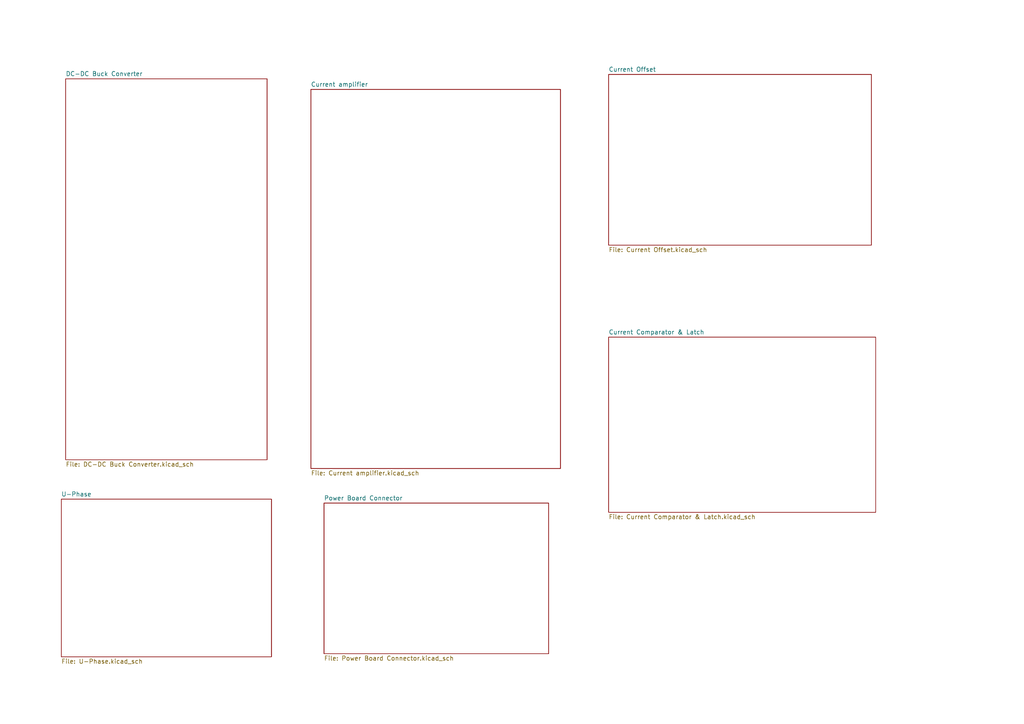
<source format=kicad_sch>
(kicad_sch
	(version 20231120)
	(generator "eeschema")
	(generator_version "8.0")
	(uuid "ab32ac57-1c18-4307-8f91-d2778314d165")
	(paper "A4")
	(lib_symbols)
	(sheet
		(at 176.53 21.59)
		(size 76.2 49.53)
		(fields_autoplaced yes)
		(stroke
			(width 0.1524)
			(type solid)
		)
		(fill
			(color 0 0 0 0.0000)
		)
		(uuid "1b716406-c046-45d0-895f-79ac70a3ecde")
		(property "Sheetname" "Current Offset"
			(at 176.53 20.8784 0)
			(effects
				(font
					(size 1.27 1.27)
				)
				(justify left bottom)
			)
		)
		(property "Sheetfile" "Current Offset.kicad_sch"
			(at 176.53 71.7046 0)
			(effects
				(font
					(size 1.27 1.27)
				)
				(justify left top)
			)
		)
		(instances
			(project "EVAL_TOLT_DC48V_3KW"
				(path "/ab32ac57-1c18-4307-8f91-d2778314d165"
					(page "6")
				)
			)
		)
	)
	(sheet
		(at 17.78 144.78)
		(size 60.96 45.72)
		(fields_autoplaced yes)
		(stroke
			(width 0.1524)
			(type solid)
		)
		(fill
			(color 0 0 0 0.0000)
		)
		(uuid "2485f593-b019-439d-890e-42320f426831")
		(property "Sheetname" "U-Phase"
			(at 17.78 144.0684 0)
			(effects
				(font
					(size 1.27 1.27)
				)
				(justify left bottom)
			)
		)
		(property "Sheetfile" "U-Phase.kicad_sch"
			(at 17.78 191.0846 0)
			(effects
				(font
					(size 1.27 1.27)
				)
				(justify left top)
			)
		)
		(instances
			(project "EVAL_TOLT_DC48V_3KW"
				(path "/ab32ac57-1c18-4307-8f91-d2778314d165"
					(page "3")
				)
			)
		)
	)
	(sheet
		(at 90.17 25.9334)
		(size 72.39 109.9566)
		(fields_autoplaced yes)
		(stroke
			(width 0.1524)
			(type solid)
		)
		(fill
			(color 0 0 0 0.0000)
		)
		(uuid "8b314924-91f0-419d-ab10-67cac4e4e0de")
		(property "Sheetname" "Current amplifier"
			(at 90.17 25.2218 0)
			(effects
				(font
					(size 1.27 1.27)
				)
				(justify left bottom)
			)
		)
		(property "Sheetfile" "Current amplifier.kicad_sch"
			(at 90.17 136.4746 0)
			(effects
				(font
					(size 1.27 1.27)
				)
				(justify left top)
			)
		)
		(instances
			(project "EVAL_TOLT_DC48V_3KW"
				(path "/ab32ac57-1c18-4307-8f91-d2778314d165"
					(page "5")
				)
			)
		)
	)
	(sheet
		(at 19.05 22.86)
		(size 58.42 110.49)
		(fields_autoplaced yes)
		(stroke
			(width 0.1524)
			(type solid)
		)
		(fill
			(color 0 0 0 0.0000)
		)
		(uuid "9ee2cd02-96d7-461b-b7fb-170453b1d10b")
		(property "Sheetname" "DC-DC Buck Converter"
			(at 19.05 22.1484 0)
			(effects
				(font
					(size 1.27 1.27)
				)
				(justify left bottom)
			)
		)
		(property "Sheetfile" "DC-DC Buck Converter.kicad_sch"
			(at 19.05 133.9346 0)
			(effects
				(font
					(size 1.27 1.27)
				)
				(justify left top)
			)
		)
		(instances
			(project "EVAL_TOLT_DC48V_3KW"
				(path "/ab32ac57-1c18-4307-8f91-d2778314d165"
					(page "2")
				)
			)
		)
	)
	(sheet
		(at 93.98 145.923)
		(size 65.151 43.688)
		(fields_autoplaced yes)
		(stroke
			(width 0.1524)
			(type solid)
		)
		(fill
			(color 0 0 0 0.0000)
		)
		(uuid "c5d2820f-dc5b-4980-906d-0f8bd6a51e5e")
		(property "Sheetname" "Power Board Connector"
			(at 93.98 145.2114 0)
			(effects
				(font
					(size 1.27 1.27)
				)
				(justify left bottom)
			)
		)
		(property "Sheetfile" "Power Board Connector.kicad_sch"
			(at 93.98 190.1956 0)
			(effects
				(font
					(size 1.27 1.27)
				)
				(justify left top)
			)
		)
		(instances
			(project "EVAL_TOLT_DC48V_3KW"
				(path "/ab32ac57-1c18-4307-8f91-d2778314d165"
					(page "4")
				)
			)
		)
	)
	(sheet
		(at 176.53 97.79)
		(size 77.47 50.8)
		(fields_autoplaced yes)
		(stroke
			(width 0.1524)
			(type solid)
		)
		(fill
			(color 0 0 0 0.0000)
		)
		(uuid "ef0a0738-4921-4f83-aeb3-c8d5023e08d9")
		(property "Sheetname" "Current Comparator & Latch"
			(at 176.53 97.0784 0)
			(effects
				(font
					(size 1.27 1.27)
				)
				(justify left bottom)
			)
		)
		(property "Sheetfile" "Current Comparator & Latch.kicad_sch"
			(at 176.53 149.1746 0)
			(effects
				(font
					(size 1.27 1.27)
				)
				(justify left top)
			)
		)
		(instances
			(project "EVAL_TOLT_DC48V_3KW"
				(path "/ab32ac57-1c18-4307-8f91-d2778314d165"
					(page "7")
				)
			)
		)
	)
	(sheet_instances
		(path "/"
			(page "1")
		)
	)
)

</source>
